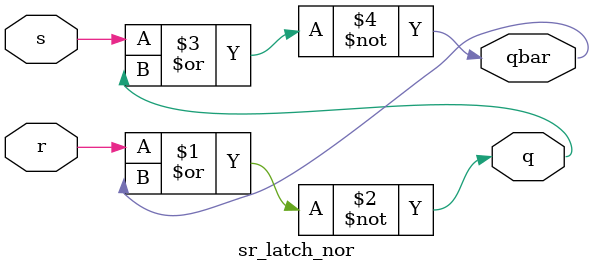
<source format=v>
`timescale 1ns / 1ps


module sr_latch_nor(s,r,q,qbar);
    input s,r;
    output q,qbar;
    
    nor g1(q,r,qbar);
    nor g2(qbar,s,q);
    
    //........NO CLK IS USED IN THE LATCHES..............//
    /*always@(clk) begin
        case({s,r})
            2'b00 : begin
                        q = q; qbar = qbar;
                    end
            2'b01 : begin
                        q = 1'b0; qbar = 1'b1;
                    end
            2'b10 : begin
                        q = 1'b1; qbar = 1'b0;
                    end
            2'b11 : begin
                        q = 1'b0; qbar = 1'b0;
                    end
            default : begin
                        q = 1'b0; qbar = 1'b0;
                    end
        endcase           
    end*/
endmodule

</source>
